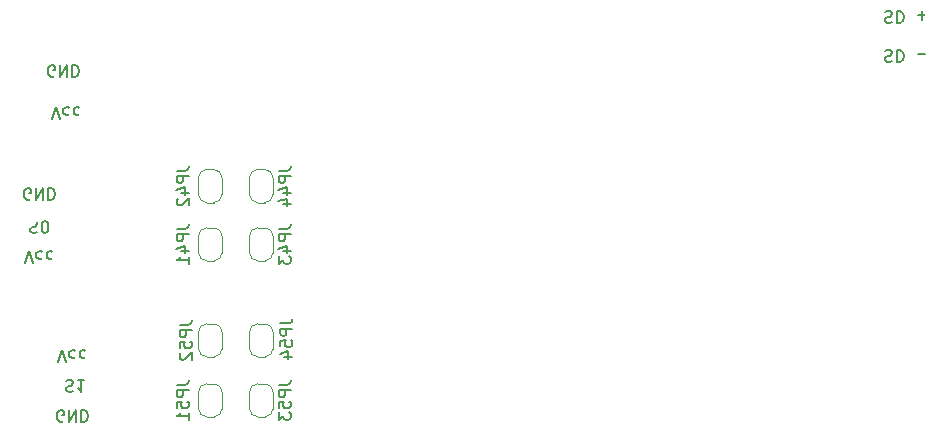
<source format=gbr>
%TF.GenerationSoftware,KiCad,Pcbnew,(5.1.10)-1*%
%TF.CreationDate,2022-02-21T21:57:19+01:00*%
%TF.ProjectId,BSPD-CV_3_0_00a,42535044-2d43-4565-9f33-5f305f303061,rev?*%
%TF.SameCoordinates,Original*%
%TF.FileFunction,Legend,Bot*%
%TF.FilePolarity,Positive*%
%FSLAX46Y46*%
G04 Gerber Fmt 4.6, Leading zero omitted, Abs format (unit mm)*
G04 Created by KiCad (PCBNEW (5.1.10)-1) date 2022-02-21 21:57:19*
%MOMM*%
%LPD*%
G01*
G04 APERTURE LIST*
%ADD10C,0.150000*%
%ADD11C,0.120000*%
%ADD12C,1.700000*%
%ADD13O,2.200000X1.700000*%
%ADD14C,4.700000*%
%ADD15C,2.000000*%
%ADD16C,0.100000*%
G04 APERTURE END LIST*
D10*
X224528285Y-107545238D02*
X224671142Y-107497619D01*
X224909238Y-107497619D01*
X225004476Y-107545238D01*
X225052095Y-107592857D01*
X225099714Y-107688095D01*
X225099714Y-107783333D01*
X225052095Y-107878571D01*
X225004476Y-107926190D01*
X224909238Y-107973809D01*
X224718761Y-108021428D01*
X224623523Y-108069047D01*
X224575904Y-108116666D01*
X224528285Y-108211904D01*
X224528285Y-108307142D01*
X224575904Y-108402380D01*
X224623523Y-108450000D01*
X224718761Y-108497619D01*
X224956857Y-108497619D01*
X225099714Y-108450000D01*
X225528285Y-107497619D02*
X225528285Y-108497619D01*
X225766380Y-108497619D01*
X225909238Y-108450000D01*
X226004476Y-108354761D01*
X226052095Y-108259523D01*
X226099714Y-108069047D01*
X226099714Y-107926190D01*
X226052095Y-107735714D01*
X226004476Y-107640476D01*
X225909238Y-107545238D01*
X225766380Y-107497619D01*
X225528285Y-107497619D01*
X227290190Y-107878571D02*
X228052095Y-107878571D01*
X224528285Y-104243238D02*
X224671142Y-104195619D01*
X224909238Y-104195619D01*
X225004476Y-104243238D01*
X225052095Y-104290857D01*
X225099714Y-104386095D01*
X225099714Y-104481333D01*
X225052095Y-104576571D01*
X225004476Y-104624190D01*
X224909238Y-104671809D01*
X224718761Y-104719428D01*
X224623523Y-104767047D01*
X224575904Y-104814666D01*
X224528285Y-104909904D01*
X224528285Y-105005142D01*
X224575904Y-105100380D01*
X224623523Y-105148000D01*
X224718761Y-105195619D01*
X224956857Y-105195619D01*
X225099714Y-105148000D01*
X225528285Y-104195619D02*
X225528285Y-105195619D01*
X225766380Y-105195619D01*
X225909238Y-105148000D01*
X226004476Y-105052761D01*
X226052095Y-104957523D01*
X226099714Y-104767047D01*
X226099714Y-104624190D01*
X226052095Y-104433714D01*
X226004476Y-104338476D01*
X225909238Y-104243238D01*
X225766380Y-104195619D01*
X225528285Y-104195619D01*
X227290190Y-104576571D02*
X228052095Y-104576571D01*
X227671142Y-104195619D02*
X227671142Y-104957523D01*
X154178095Y-109720000D02*
X154082857Y-109767619D01*
X153940000Y-109767619D01*
X153797142Y-109720000D01*
X153701904Y-109624761D01*
X153654285Y-109529523D01*
X153606666Y-109339047D01*
X153606666Y-109196190D01*
X153654285Y-109005714D01*
X153701904Y-108910476D01*
X153797142Y-108815238D01*
X153940000Y-108767619D01*
X154035238Y-108767619D01*
X154178095Y-108815238D01*
X154225714Y-108862857D01*
X154225714Y-109196190D01*
X154035238Y-109196190D01*
X154654285Y-108767619D02*
X154654285Y-109767619D01*
X155225714Y-108767619D01*
X155225714Y-109767619D01*
X155701904Y-108767619D02*
X155701904Y-109767619D01*
X155940000Y-109767619D01*
X156082857Y-109720000D01*
X156178095Y-109624761D01*
X156225714Y-109529523D01*
X156273333Y-109339047D01*
X156273333Y-109196190D01*
X156225714Y-109005714D01*
X156178095Y-108910476D01*
X156082857Y-108815238D01*
X155940000Y-108767619D01*
X155701904Y-108767619D01*
X154003523Y-113323619D02*
X154336857Y-112323619D01*
X154670190Y-113323619D01*
X155432095Y-112371238D02*
X155336857Y-112323619D01*
X155146380Y-112323619D01*
X155051142Y-112371238D01*
X155003523Y-112418857D01*
X154955904Y-112514095D01*
X154955904Y-112799809D01*
X155003523Y-112895047D01*
X155051142Y-112942666D01*
X155146380Y-112990285D01*
X155336857Y-112990285D01*
X155432095Y-112942666D01*
X156289238Y-112371238D02*
X156194000Y-112323619D01*
X156003523Y-112323619D01*
X155908285Y-112371238D01*
X155860666Y-112418857D01*
X155813047Y-112514095D01*
X155813047Y-112799809D01*
X155860666Y-112895047D01*
X155908285Y-112942666D01*
X156003523Y-112990285D01*
X156194000Y-112990285D01*
X156289238Y-112942666D01*
X155194095Y-135485238D02*
X155336952Y-135437619D01*
X155575047Y-135437619D01*
X155670285Y-135485238D01*
X155717904Y-135532857D01*
X155765523Y-135628095D01*
X155765523Y-135723333D01*
X155717904Y-135818571D01*
X155670285Y-135866190D01*
X155575047Y-135913809D01*
X155384571Y-135961428D01*
X155289333Y-136009047D01*
X155241714Y-136056666D01*
X155194095Y-136151904D01*
X155194095Y-136247142D01*
X155241714Y-136342380D01*
X155289333Y-136390000D01*
X155384571Y-136437619D01*
X155622666Y-136437619D01*
X155765523Y-136390000D01*
X156717904Y-135437619D02*
X156146476Y-135437619D01*
X156432190Y-135437619D02*
X156432190Y-136437619D01*
X156336952Y-136294761D01*
X156241714Y-136199523D01*
X156146476Y-136151904D01*
X154940095Y-138930000D02*
X154844857Y-138977619D01*
X154702000Y-138977619D01*
X154559142Y-138930000D01*
X154463904Y-138834761D01*
X154416285Y-138739523D01*
X154368666Y-138549047D01*
X154368666Y-138406190D01*
X154416285Y-138215714D01*
X154463904Y-138120476D01*
X154559142Y-138025238D01*
X154702000Y-137977619D01*
X154797238Y-137977619D01*
X154940095Y-138025238D01*
X154987714Y-138072857D01*
X154987714Y-138406190D01*
X154797238Y-138406190D01*
X155416285Y-137977619D02*
X155416285Y-138977619D01*
X155987714Y-137977619D01*
X155987714Y-138977619D01*
X156463904Y-137977619D02*
X156463904Y-138977619D01*
X156702000Y-138977619D01*
X156844857Y-138930000D01*
X156940095Y-138834761D01*
X156987714Y-138739523D01*
X157035333Y-138549047D01*
X157035333Y-138406190D01*
X156987714Y-138215714D01*
X156940095Y-138120476D01*
X156844857Y-138025238D01*
X156702000Y-137977619D01*
X156463904Y-137977619D01*
X154511523Y-133897619D02*
X154844857Y-132897619D01*
X155178190Y-133897619D01*
X155940095Y-132945238D02*
X155844857Y-132897619D01*
X155654380Y-132897619D01*
X155559142Y-132945238D01*
X155511523Y-132992857D01*
X155463904Y-133088095D01*
X155463904Y-133373809D01*
X155511523Y-133469047D01*
X155559142Y-133516666D01*
X155654380Y-133564285D01*
X155844857Y-133564285D01*
X155940095Y-133516666D01*
X156797238Y-132945238D02*
X156702000Y-132897619D01*
X156511523Y-132897619D01*
X156416285Y-132945238D01*
X156368666Y-132992857D01*
X156321047Y-133088095D01*
X156321047Y-133373809D01*
X156368666Y-133469047D01*
X156416285Y-133516666D01*
X156511523Y-133564285D01*
X156702000Y-133564285D01*
X156797238Y-133516666D01*
X151717523Y-125515619D02*
X152050857Y-124515619D01*
X152384190Y-125515619D01*
X153146095Y-124563238D02*
X153050857Y-124515619D01*
X152860380Y-124515619D01*
X152765142Y-124563238D01*
X152717523Y-124610857D01*
X152669904Y-124706095D01*
X152669904Y-124991809D01*
X152717523Y-125087047D01*
X152765142Y-125134666D01*
X152860380Y-125182285D01*
X153050857Y-125182285D01*
X153146095Y-125134666D01*
X154003238Y-124563238D02*
X153908000Y-124515619D01*
X153717523Y-124515619D01*
X153622285Y-124563238D01*
X153574666Y-124610857D01*
X153527047Y-124706095D01*
X153527047Y-124991809D01*
X153574666Y-125087047D01*
X153622285Y-125134666D01*
X153717523Y-125182285D01*
X153908000Y-125182285D01*
X154003238Y-125134666D01*
X152146095Y-122023238D02*
X152288952Y-121975619D01*
X152527047Y-121975619D01*
X152622285Y-122023238D01*
X152669904Y-122070857D01*
X152717523Y-122166095D01*
X152717523Y-122261333D01*
X152669904Y-122356571D01*
X152622285Y-122404190D01*
X152527047Y-122451809D01*
X152336571Y-122499428D01*
X152241333Y-122547047D01*
X152193714Y-122594666D01*
X152146095Y-122689904D01*
X152146095Y-122785142D01*
X152193714Y-122880380D01*
X152241333Y-122928000D01*
X152336571Y-122975619D01*
X152574666Y-122975619D01*
X152717523Y-122928000D01*
X153336571Y-122975619D02*
X153431809Y-122975619D01*
X153527047Y-122928000D01*
X153574666Y-122880380D01*
X153622285Y-122785142D01*
X153669904Y-122594666D01*
X153669904Y-122356571D01*
X153622285Y-122166095D01*
X153574666Y-122070857D01*
X153527047Y-122023238D01*
X153431809Y-121975619D01*
X153336571Y-121975619D01*
X153241333Y-122023238D01*
X153193714Y-122070857D01*
X153146095Y-122166095D01*
X153098476Y-122356571D01*
X153098476Y-122594666D01*
X153146095Y-122785142D01*
X153193714Y-122880380D01*
X153241333Y-122928000D01*
X153336571Y-122975619D01*
X152146095Y-120134000D02*
X152050857Y-120181619D01*
X151908000Y-120181619D01*
X151765142Y-120134000D01*
X151669904Y-120038761D01*
X151622285Y-119943523D01*
X151574666Y-119753047D01*
X151574666Y-119610190D01*
X151622285Y-119419714D01*
X151669904Y-119324476D01*
X151765142Y-119229238D01*
X151908000Y-119181619D01*
X152003238Y-119181619D01*
X152146095Y-119229238D01*
X152193714Y-119276857D01*
X152193714Y-119610190D01*
X152003238Y-119610190D01*
X152622285Y-119181619D02*
X152622285Y-120181619D01*
X153193714Y-119181619D01*
X153193714Y-120181619D01*
X153669904Y-119181619D02*
X153669904Y-120181619D01*
X153908000Y-120181619D01*
X154050857Y-120134000D01*
X154146095Y-120038761D01*
X154193714Y-119943523D01*
X154241333Y-119753047D01*
X154241333Y-119610190D01*
X154193714Y-119419714D01*
X154146095Y-119324476D01*
X154050857Y-119229238D01*
X153908000Y-119181619D01*
X153669904Y-119181619D01*
D11*
%TO.C,JP54*%
X170704000Y-131380000D02*
X170704000Y-132780000D01*
X171404000Y-133480000D02*
X172004000Y-133480000D01*
X172704000Y-132780000D02*
X172704000Y-131380000D01*
X172004000Y-130680000D02*
X171404000Y-130680000D01*
X171404000Y-130680000D02*
G75*
G03*
X170704000Y-131380000I0J-700000D01*
G01*
X172704000Y-131380000D02*
G75*
G03*
X172004000Y-130680000I-700000J0D01*
G01*
X172004000Y-133480000D02*
G75*
G03*
X172704000Y-132780000I0J700000D01*
G01*
X170704000Y-132780000D02*
G75*
G03*
X171404000Y-133480000I700000J0D01*
G01*
%TO.C,JP53*%
X172704000Y-137860000D02*
X172704000Y-136460000D01*
X172004000Y-135760000D02*
X171404000Y-135760000D01*
X170704000Y-136460000D02*
X170704000Y-137860000D01*
X171404000Y-138560000D02*
X172004000Y-138560000D01*
X172004000Y-138560000D02*
G75*
G03*
X172704000Y-137860000I0J700000D01*
G01*
X170704000Y-137860000D02*
G75*
G03*
X171404000Y-138560000I700000J0D01*
G01*
X171404000Y-135760000D02*
G75*
G03*
X170704000Y-136460000I0J-700000D01*
G01*
X172704000Y-136460000D02*
G75*
G03*
X172004000Y-135760000I-700000J0D01*
G01*
%TO.C,JP52*%
X166386000Y-131380000D02*
X166386000Y-132780000D01*
X167086000Y-133480000D02*
X167686000Y-133480000D01*
X168386000Y-132780000D02*
X168386000Y-131380000D01*
X167686000Y-130680000D02*
X167086000Y-130680000D01*
X167086000Y-130680000D02*
G75*
G03*
X166386000Y-131380000I0J-700000D01*
G01*
X168386000Y-131380000D02*
G75*
G03*
X167686000Y-130680000I-700000J0D01*
G01*
X167686000Y-133480000D02*
G75*
G03*
X168386000Y-132780000I0J700000D01*
G01*
X166386000Y-132780000D02*
G75*
G03*
X167086000Y-133480000I700000J0D01*
G01*
%TO.C,JP51*%
X168386000Y-137860000D02*
X168386000Y-136460000D01*
X167686000Y-135760000D02*
X167086000Y-135760000D01*
X166386000Y-136460000D02*
X166386000Y-137860000D01*
X167086000Y-138560000D02*
X167686000Y-138560000D01*
X167686000Y-138560000D02*
G75*
G03*
X168386000Y-137860000I0J700000D01*
G01*
X166386000Y-137860000D02*
G75*
G03*
X167086000Y-138560000I700000J0D01*
G01*
X167086000Y-135760000D02*
G75*
G03*
X166386000Y-136460000I0J-700000D01*
G01*
X168386000Y-136460000D02*
G75*
G03*
X167686000Y-135760000I-700000J0D01*
G01*
%TO.C,JP44*%
X170704000Y-118314000D02*
X170704000Y-119714000D01*
X171404000Y-120414000D02*
X172004000Y-120414000D01*
X172704000Y-119714000D02*
X172704000Y-118314000D01*
X172004000Y-117614000D02*
X171404000Y-117614000D01*
X171404000Y-117614000D02*
G75*
G03*
X170704000Y-118314000I0J-700000D01*
G01*
X172704000Y-118314000D02*
G75*
G03*
X172004000Y-117614000I-700000J0D01*
G01*
X172004000Y-120414000D02*
G75*
G03*
X172704000Y-119714000I0J700000D01*
G01*
X170704000Y-119714000D02*
G75*
G03*
X171404000Y-120414000I700000J0D01*
G01*
%TO.C,JP43*%
X172704000Y-124652000D02*
X172704000Y-123252000D01*
X172004000Y-122552000D02*
X171404000Y-122552000D01*
X170704000Y-123252000D02*
X170704000Y-124652000D01*
X171404000Y-125352000D02*
X172004000Y-125352000D01*
X172004000Y-125352000D02*
G75*
G03*
X172704000Y-124652000I0J700000D01*
G01*
X170704000Y-124652000D02*
G75*
G03*
X171404000Y-125352000I700000J0D01*
G01*
X171404000Y-122552000D02*
G75*
G03*
X170704000Y-123252000I0J-700000D01*
G01*
X172704000Y-123252000D02*
G75*
G03*
X172004000Y-122552000I-700000J0D01*
G01*
%TO.C,JP42*%
X166386000Y-118314000D02*
X166386000Y-119714000D01*
X167086000Y-120414000D02*
X167686000Y-120414000D01*
X168386000Y-119714000D02*
X168386000Y-118314000D01*
X167686000Y-117614000D02*
X167086000Y-117614000D01*
X167086000Y-117614000D02*
G75*
G03*
X166386000Y-118314000I0J-700000D01*
G01*
X168386000Y-118314000D02*
G75*
G03*
X167686000Y-117614000I-700000J0D01*
G01*
X167686000Y-120414000D02*
G75*
G03*
X168386000Y-119714000I0J700000D01*
G01*
X166386000Y-119714000D02*
G75*
G03*
X167086000Y-120414000I700000J0D01*
G01*
%TO.C,JP41*%
X168386000Y-124652000D02*
X168386000Y-123252000D01*
X167686000Y-122552000D02*
X167086000Y-122552000D01*
X166386000Y-123252000D02*
X166386000Y-124652000D01*
X167086000Y-125352000D02*
X167686000Y-125352000D01*
X167686000Y-125352000D02*
G75*
G03*
X168386000Y-124652000I0J700000D01*
G01*
X166386000Y-124652000D02*
G75*
G03*
X167086000Y-125352000I700000J0D01*
G01*
X167086000Y-122552000D02*
G75*
G03*
X166386000Y-123252000I0J-700000D01*
G01*
X168386000Y-123252000D02*
G75*
G03*
X167686000Y-122552000I-700000J0D01*
G01*
%TO.C,JP54*%
D10*
X173315380Y-130643476D02*
X174029666Y-130643476D01*
X174172523Y-130595857D01*
X174267761Y-130500619D01*
X174315380Y-130357761D01*
X174315380Y-130262523D01*
X174315380Y-131119666D02*
X173315380Y-131119666D01*
X173315380Y-131500619D01*
X173363000Y-131595857D01*
X173410619Y-131643476D01*
X173505857Y-131691095D01*
X173648714Y-131691095D01*
X173743952Y-131643476D01*
X173791571Y-131595857D01*
X173839190Y-131500619D01*
X173839190Y-131119666D01*
X173315380Y-132595857D02*
X173315380Y-132119666D01*
X173791571Y-132072047D01*
X173743952Y-132119666D01*
X173696333Y-132214904D01*
X173696333Y-132453000D01*
X173743952Y-132548238D01*
X173791571Y-132595857D01*
X173886809Y-132643476D01*
X174124904Y-132643476D01*
X174220142Y-132595857D01*
X174267761Y-132548238D01*
X174315380Y-132453000D01*
X174315380Y-132214904D01*
X174267761Y-132119666D01*
X174220142Y-132072047D01*
X173648714Y-133500619D02*
X174315380Y-133500619D01*
X173267761Y-133262523D02*
X173982047Y-133024428D01*
X173982047Y-133643476D01*
%TO.C,JP53*%
X173188380Y-135850476D02*
X173902666Y-135850476D01*
X174045523Y-135802857D01*
X174140761Y-135707619D01*
X174188380Y-135564761D01*
X174188380Y-135469523D01*
X174188380Y-136326666D02*
X173188380Y-136326666D01*
X173188380Y-136707619D01*
X173236000Y-136802857D01*
X173283619Y-136850476D01*
X173378857Y-136898095D01*
X173521714Y-136898095D01*
X173616952Y-136850476D01*
X173664571Y-136802857D01*
X173712190Y-136707619D01*
X173712190Y-136326666D01*
X173188380Y-137802857D02*
X173188380Y-137326666D01*
X173664571Y-137279047D01*
X173616952Y-137326666D01*
X173569333Y-137421904D01*
X173569333Y-137660000D01*
X173616952Y-137755238D01*
X173664571Y-137802857D01*
X173759809Y-137850476D01*
X173997904Y-137850476D01*
X174093142Y-137802857D01*
X174140761Y-137755238D01*
X174188380Y-137660000D01*
X174188380Y-137421904D01*
X174140761Y-137326666D01*
X174093142Y-137279047D01*
X173188380Y-138183809D02*
X173188380Y-138802857D01*
X173569333Y-138469523D01*
X173569333Y-138612380D01*
X173616952Y-138707619D01*
X173664571Y-138755238D01*
X173759809Y-138802857D01*
X173997904Y-138802857D01*
X174093142Y-138755238D01*
X174140761Y-138707619D01*
X174188380Y-138612380D01*
X174188380Y-138326666D01*
X174140761Y-138231428D01*
X174093142Y-138183809D01*
%TO.C,JP52*%
X164806380Y-130770476D02*
X165520666Y-130770476D01*
X165663523Y-130722857D01*
X165758761Y-130627619D01*
X165806380Y-130484761D01*
X165806380Y-130389523D01*
X165806380Y-131246666D02*
X164806380Y-131246666D01*
X164806380Y-131627619D01*
X164854000Y-131722857D01*
X164901619Y-131770476D01*
X164996857Y-131818095D01*
X165139714Y-131818095D01*
X165234952Y-131770476D01*
X165282571Y-131722857D01*
X165330190Y-131627619D01*
X165330190Y-131246666D01*
X164806380Y-132722857D02*
X164806380Y-132246666D01*
X165282571Y-132199047D01*
X165234952Y-132246666D01*
X165187333Y-132341904D01*
X165187333Y-132580000D01*
X165234952Y-132675238D01*
X165282571Y-132722857D01*
X165377809Y-132770476D01*
X165615904Y-132770476D01*
X165711142Y-132722857D01*
X165758761Y-132675238D01*
X165806380Y-132580000D01*
X165806380Y-132341904D01*
X165758761Y-132246666D01*
X165711142Y-132199047D01*
X164901619Y-133151428D02*
X164854000Y-133199047D01*
X164806380Y-133294285D01*
X164806380Y-133532380D01*
X164854000Y-133627619D01*
X164901619Y-133675238D01*
X164996857Y-133722857D01*
X165092095Y-133722857D01*
X165234952Y-133675238D01*
X165806380Y-133103809D01*
X165806380Y-133722857D01*
%TO.C,JP51*%
X164552380Y-135850476D02*
X165266666Y-135850476D01*
X165409523Y-135802857D01*
X165504761Y-135707619D01*
X165552380Y-135564761D01*
X165552380Y-135469523D01*
X165552380Y-136326666D02*
X164552380Y-136326666D01*
X164552380Y-136707619D01*
X164600000Y-136802857D01*
X164647619Y-136850476D01*
X164742857Y-136898095D01*
X164885714Y-136898095D01*
X164980952Y-136850476D01*
X165028571Y-136802857D01*
X165076190Y-136707619D01*
X165076190Y-136326666D01*
X164552380Y-137802857D02*
X164552380Y-137326666D01*
X165028571Y-137279047D01*
X164980952Y-137326666D01*
X164933333Y-137421904D01*
X164933333Y-137660000D01*
X164980952Y-137755238D01*
X165028571Y-137802857D01*
X165123809Y-137850476D01*
X165361904Y-137850476D01*
X165457142Y-137802857D01*
X165504761Y-137755238D01*
X165552380Y-137660000D01*
X165552380Y-137421904D01*
X165504761Y-137326666D01*
X165457142Y-137279047D01*
X165552380Y-138802857D02*
X165552380Y-138231428D01*
X165552380Y-138517142D02*
X164552380Y-138517142D01*
X164695238Y-138421904D01*
X164790476Y-138326666D01*
X164838095Y-138231428D01*
%TO.C,JP44*%
X173188380Y-117704476D02*
X173902666Y-117704476D01*
X174045523Y-117656857D01*
X174140761Y-117561619D01*
X174188380Y-117418761D01*
X174188380Y-117323523D01*
X174188380Y-118180666D02*
X173188380Y-118180666D01*
X173188380Y-118561619D01*
X173236000Y-118656857D01*
X173283619Y-118704476D01*
X173378857Y-118752095D01*
X173521714Y-118752095D01*
X173616952Y-118704476D01*
X173664571Y-118656857D01*
X173712190Y-118561619D01*
X173712190Y-118180666D01*
X173521714Y-119609238D02*
X174188380Y-119609238D01*
X173140761Y-119371142D02*
X173855047Y-119133047D01*
X173855047Y-119752095D01*
X173521714Y-120561619D02*
X174188380Y-120561619D01*
X173140761Y-120323523D02*
X173855047Y-120085428D01*
X173855047Y-120704476D01*
%TO.C,JP43*%
X173188380Y-122642476D02*
X173902666Y-122642476D01*
X174045523Y-122594857D01*
X174140761Y-122499619D01*
X174188380Y-122356761D01*
X174188380Y-122261523D01*
X174188380Y-123118666D02*
X173188380Y-123118666D01*
X173188380Y-123499619D01*
X173236000Y-123594857D01*
X173283619Y-123642476D01*
X173378857Y-123690095D01*
X173521714Y-123690095D01*
X173616952Y-123642476D01*
X173664571Y-123594857D01*
X173712190Y-123499619D01*
X173712190Y-123118666D01*
X173521714Y-124547238D02*
X174188380Y-124547238D01*
X173140761Y-124309142D02*
X173855047Y-124071047D01*
X173855047Y-124690095D01*
X173188380Y-124975809D02*
X173188380Y-125594857D01*
X173569333Y-125261523D01*
X173569333Y-125404380D01*
X173616952Y-125499619D01*
X173664571Y-125547238D01*
X173759809Y-125594857D01*
X173997904Y-125594857D01*
X174093142Y-125547238D01*
X174140761Y-125499619D01*
X174188380Y-125404380D01*
X174188380Y-125118666D01*
X174140761Y-125023428D01*
X174093142Y-124975809D01*
%TO.C,JP42*%
X164552380Y-117704476D02*
X165266666Y-117704476D01*
X165409523Y-117656857D01*
X165504761Y-117561619D01*
X165552380Y-117418761D01*
X165552380Y-117323523D01*
X165552380Y-118180666D02*
X164552380Y-118180666D01*
X164552380Y-118561619D01*
X164600000Y-118656857D01*
X164647619Y-118704476D01*
X164742857Y-118752095D01*
X164885714Y-118752095D01*
X164980952Y-118704476D01*
X165028571Y-118656857D01*
X165076190Y-118561619D01*
X165076190Y-118180666D01*
X164885714Y-119609238D02*
X165552380Y-119609238D01*
X164504761Y-119371142D02*
X165219047Y-119133047D01*
X165219047Y-119752095D01*
X164647619Y-120085428D02*
X164600000Y-120133047D01*
X164552380Y-120228285D01*
X164552380Y-120466380D01*
X164600000Y-120561619D01*
X164647619Y-120609238D01*
X164742857Y-120656857D01*
X164838095Y-120656857D01*
X164980952Y-120609238D01*
X165552380Y-120037809D01*
X165552380Y-120656857D01*
%TO.C,JP41*%
X164552380Y-122642476D02*
X165266666Y-122642476D01*
X165409523Y-122594857D01*
X165504761Y-122499619D01*
X165552380Y-122356761D01*
X165552380Y-122261523D01*
X165552380Y-123118666D02*
X164552380Y-123118666D01*
X164552380Y-123499619D01*
X164600000Y-123594857D01*
X164647619Y-123642476D01*
X164742857Y-123690095D01*
X164885714Y-123690095D01*
X164980952Y-123642476D01*
X165028571Y-123594857D01*
X165076190Y-123499619D01*
X165076190Y-123118666D01*
X164885714Y-124547238D02*
X165552380Y-124547238D01*
X164504761Y-124309142D02*
X165219047Y-124071047D01*
X165219047Y-124690095D01*
X165552380Y-125594857D02*
X165552380Y-125023428D01*
X165552380Y-125309142D02*
X164552380Y-125309142D01*
X164695238Y-125213904D01*
X164790476Y-125118666D01*
X164838095Y-125023428D01*
%TD*%
%LPC*%
D12*
%TO.C,J3*%
X152078000Y-133430000D03*
X152078000Y-138430000D03*
D13*
X159258000Y-133430000D03*
X159258000Y-135930000D03*
G36*
G01*
X160358000Y-137830000D02*
X160358000Y-139030000D01*
G75*
G02*
X160108000Y-139280000I-250000J0D01*
G01*
X158408000Y-139280000D01*
G75*
G02*
X158158000Y-139030000I0J250000D01*
G01*
X158158000Y-137830000D01*
G75*
G02*
X158408000Y-137580000I250000J0D01*
G01*
X160108000Y-137580000D01*
G75*
G02*
X160358000Y-137830000I0J-250000D01*
G01*
G37*
%TD*%
D12*
%TO.C,J2*%
X152078000Y-121492000D03*
X152078000Y-126492000D03*
D13*
X159258000Y-121492000D03*
X159258000Y-123992000D03*
G36*
G01*
X160358000Y-125892000D02*
X160358000Y-127092000D01*
G75*
G02*
X160108000Y-127342000I-250000J0D01*
G01*
X158408000Y-127342000D01*
G75*
G02*
X158158000Y-127092000I0J250000D01*
G01*
X158158000Y-125892000D01*
G75*
G02*
X158408000Y-125642000I250000J0D01*
G01*
X160108000Y-125642000D01*
G75*
G02*
X160358000Y-125892000I0J-250000D01*
G01*
G37*
%TD*%
D12*
%TO.C,J4*%
X228668000Y-107402000D03*
X228668000Y-104902000D03*
D13*
X221488000Y-107402000D03*
G36*
G01*
X220388000Y-105502000D02*
X220388000Y-104302000D01*
G75*
G02*
X220638000Y-104052000I250000J0D01*
G01*
X222338000Y-104052000D01*
G75*
G02*
X222588000Y-104302000I0J-250000D01*
G01*
X222588000Y-105502000D01*
G75*
G02*
X222338000Y-105752000I-250000J0D01*
G01*
X220638000Y-105752000D01*
G75*
G02*
X220388000Y-105502000I0J250000D01*
G01*
G37*
%TD*%
D12*
%TO.C,J1*%
X151570000Y-109768000D03*
X151570000Y-112268000D03*
D13*
X158750000Y-109768000D03*
G36*
G01*
X159850000Y-111668000D02*
X159850000Y-112868000D01*
G75*
G02*
X159600000Y-113118000I-250000J0D01*
G01*
X157900000Y-113118000D01*
G75*
G02*
X157650000Y-112868000I0J250000D01*
G01*
X157650000Y-111668000D01*
G75*
G02*
X157900000Y-111418000I250000J0D01*
G01*
X159600000Y-111418000D01*
G75*
G02*
X159850000Y-111668000I0J-250000D01*
G01*
G37*
%TD*%
D14*
%TO.C,H4*%
X227000000Y-148000000D03*
%TD*%
%TO.C,H3*%
X153000000Y-148000000D03*
%TD*%
%TO.C,H2*%
X227000000Y-98000000D03*
%TD*%
%TO.C,H1*%
X153000000Y-98000000D03*
%TD*%
D15*
%TO.C,K101*%
X206878000Y-107432000D03*
X203378000Y-99832000D03*
X210378000Y-99832000D03*
X186878000Y-99832000D03*
X186878000Y-107432000D03*
%TD*%
D16*
%TO.C,JP54*%
G36*
X170954000Y-131930000D02*
G01*
X170954000Y-131430000D01*
X170954602Y-131430000D01*
X170954602Y-131405466D01*
X170959412Y-131356635D01*
X170968984Y-131308510D01*
X170983228Y-131261555D01*
X171002005Y-131216222D01*
X171025136Y-131172949D01*
X171052396Y-131132150D01*
X171083524Y-131094221D01*
X171118221Y-131059524D01*
X171156150Y-131028396D01*
X171196949Y-131001136D01*
X171240222Y-130978005D01*
X171285555Y-130959228D01*
X171332510Y-130944984D01*
X171380635Y-130935412D01*
X171429466Y-130930602D01*
X171454000Y-130930602D01*
X171454000Y-130930000D01*
X171954000Y-130930000D01*
X171954000Y-130930602D01*
X171978534Y-130930602D01*
X172027365Y-130935412D01*
X172075490Y-130944984D01*
X172122445Y-130959228D01*
X172167778Y-130978005D01*
X172211051Y-131001136D01*
X172251850Y-131028396D01*
X172289779Y-131059524D01*
X172324476Y-131094221D01*
X172355604Y-131132150D01*
X172382864Y-131172949D01*
X172405995Y-131216222D01*
X172424772Y-131261555D01*
X172439016Y-131308510D01*
X172448588Y-131356635D01*
X172453398Y-131405466D01*
X172453398Y-131430000D01*
X172454000Y-131430000D01*
X172454000Y-131930000D01*
X170954000Y-131930000D01*
G37*
G36*
X172453398Y-132730000D02*
G01*
X172453398Y-132754534D01*
X172448588Y-132803365D01*
X172439016Y-132851490D01*
X172424772Y-132898445D01*
X172405995Y-132943778D01*
X172382864Y-132987051D01*
X172355604Y-133027850D01*
X172324476Y-133065779D01*
X172289779Y-133100476D01*
X172251850Y-133131604D01*
X172211051Y-133158864D01*
X172167778Y-133181995D01*
X172122445Y-133200772D01*
X172075490Y-133215016D01*
X172027365Y-133224588D01*
X171978534Y-133229398D01*
X171954000Y-133229398D01*
X171954000Y-133230000D01*
X171454000Y-133230000D01*
X171454000Y-133229398D01*
X171429466Y-133229398D01*
X171380635Y-133224588D01*
X171332510Y-133215016D01*
X171285555Y-133200772D01*
X171240222Y-133181995D01*
X171196949Y-133158864D01*
X171156150Y-133131604D01*
X171118221Y-133100476D01*
X171083524Y-133065779D01*
X171052396Y-133027850D01*
X171025136Y-132987051D01*
X171002005Y-132943778D01*
X170983228Y-132898445D01*
X170968984Y-132851490D01*
X170959412Y-132803365D01*
X170954602Y-132754534D01*
X170954602Y-132730000D01*
X170954000Y-132730000D01*
X170954000Y-132230000D01*
X172454000Y-132230000D01*
X172454000Y-132730000D01*
X172453398Y-132730000D01*
G37*
%TD*%
%TO.C,JP53*%
G36*
X170954602Y-136510000D02*
G01*
X170954602Y-136485466D01*
X170959412Y-136436635D01*
X170968984Y-136388510D01*
X170983228Y-136341555D01*
X171002005Y-136296222D01*
X171025136Y-136252949D01*
X171052396Y-136212150D01*
X171083524Y-136174221D01*
X171118221Y-136139524D01*
X171156150Y-136108396D01*
X171196949Y-136081136D01*
X171240222Y-136058005D01*
X171285555Y-136039228D01*
X171332510Y-136024984D01*
X171380635Y-136015412D01*
X171429466Y-136010602D01*
X171454000Y-136010602D01*
X171454000Y-136010000D01*
X171954000Y-136010000D01*
X171954000Y-136010602D01*
X171978534Y-136010602D01*
X172027365Y-136015412D01*
X172075490Y-136024984D01*
X172122445Y-136039228D01*
X172167778Y-136058005D01*
X172211051Y-136081136D01*
X172251850Y-136108396D01*
X172289779Y-136139524D01*
X172324476Y-136174221D01*
X172355604Y-136212150D01*
X172382864Y-136252949D01*
X172405995Y-136296222D01*
X172424772Y-136341555D01*
X172439016Y-136388510D01*
X172448588Y-136436635D01*
X172453398Y-136485466D01*
X172453398Y-136510000D01*
X172454000Y-136510000D01*
X172454000Y-137010000D01*
X170954000Y-137010000D01*
X170954000Y-136510000D01*
X170954602Y-136510000D01*
G37*
G36*
X172454000Y-137310000D02*
G01*
X172454000Y-137810000D01*
X172453398Y-137810000D01*
X172453398Y-137834534D01*
X172448588Y-137883365D01*
X172439016Y-137931490D01*
X172424772Y-137978445D01*
X172405995Y-138023778D01*
X172382864Y-138067051D01*
X172355604Y-138107850D01*
X172324476Y-138145779D01*
X172289779Y-138180476D01*
X172251850Y-138211604D01*
X172211051Y-138238864D01*
X172167778Y-138261995D01*
X172122445Y-138280772D01*
X172075490Y-138295016D01*
X172027365Y-138304588D01*
X171978534Y-138309398D01*
X171954000Y-138309398D01*
X171954000Y-138310000D01*
X171454000Y-138310000D01*
X171454000Y-138309398D01*
X171429466Y-138309398D01*
X171380635Y-138304588D01*
X171332510Y-138295016D01*
X171285555Y-138280772D01*
X171240222Y-138261995D01*
X171196949Y-138238864D01*
X171156150Y-138211604D01*
X171118221Y-138180476D01*
X171083524Y-138145779D01*
X171052396Y-138107850D01*
X171025136Y-138067051D01*
X171002005Y-138023778D01*
X170983228Y-137978445D01*
X170968984Y-137931490D01*
X170959412Y-137883365D01*
X170954602Y-137834534D01*
X170954602Y-137810000D01*
X170954000Y-137810000D01*
X170954000Y-137310000D01*
X172454000Y-137310000D01*
G37*
%TD*%
%TO.C,JP52*%
G36*
X168135398Y-132730000D02*
G01*
X168135398Y-132754534D01*
X168130588Y-132803365D01*
X168121016Y-132851490D01*
X168106772Y-132898445D01*
X168087995Y-132943778D01*
X168064864Y-132987051D01*
X168037604Y-133027850D01*
X168006476Y-133065779D01*
X167971779Y-133100476D01*
X167933850Y-133131604D01*
X167893051Y-133158864D01*
X167849778Y-133181995D01*
X167804445Y-133200772D01*
X167757490Y-133215016D01*
X167709365Y-133224588D01*
X167660534Y-133229398D01*
X167636000Y-133229398D01*
X167636000Y-133230000D01*
X167136000Y-133230000D01*
X167136000Y-133229398D01*
X167111466Y-133229398D01*
X167062635Y-133224588D01*
X167014510Y-133215016D01*
X166967555Y-133200772D01*
X166922222Y-133181995D01*
X166878949Y-133158864D01*
X166838150Y-133131604D01*
X166800221Y-133100476D01*
X166765524Y-133065779D01*
X166734396Y-133027850D01*
X166707136Y-132987051D01*
X166684005Y-132943778D01*
X166665228Y-132898445D01*
X166650984Y-132851490D01*
X166641412Y-132803365D01*
X166636602Y-132754534D01*
X166636602Y-132730000D01*
X166636000Y-132730000D01*
X166636000Y-132230000D01*
X168136000Y-132230000D01*
X168136000Y-132730000D01*
X168135398Y-132730000D01*
G37*
G36*
X166636000Y-131930000D02*
G01*
X166636000Y-131430000D01*
X166636602Y-131430000D01*
X166636602Y-131405466D01*
X166641412Y-131356635D01*
X166650984Y-131308510D01*
X166665228Y-131261555D01*
X166684005Y-131216222D01*
X166707136Y-131172949D01*
X166734396Y-131132150D01*
X166765524Y-131094221D01*
X166800221Y-131059524D01*
X166838150Y-131028396D01*
X166878949Y-131001136D01*
X166922222Y-130978005D01*
X166967555Y-130959228D01*
X167014510Y-130944984D01*
X167062635Y-130935412D01*
X167111466Y-130930602D01*
X167136000Y-130930602D01*
X167136000Y-130930000D01*
X167636000Y-130930000D01*
X167636000Y-130930602D01*
X167660534Y-130930602D01*
X167709365Y-130935412D01*
X167757490Y-130944984D01*
X167804445Y-130959228D01*
X167849778Y-130978005D01*
X167893051Y-131001136D01*
X167933850Y-131028396D01*
X167971779Y-131059524D01*
X168006476Y-131094221D01*
X168037604Y-131132150D01*
X168064864Y-131172949D01*
X168087995Y-131216222D01*
X168106772Y-131261555D01*
X168121016Y-131308510D01*
X168130588Y-131356635D01*
X168135398Y-131405466D01*
X168135398Y-131430000D01*
X168136000Y-131430000D01*
X168136000Y-131930000D01*
X166636000Y-131930000D01*
G37*
%TD*%
%TO.C,JP51*%
G36*
X168136000Y-137310000D02*
G01*
X168136000Y-137810000D01*
X168135398Y-137810000D01*
X168135398Y-137834534D01*
X168130588Y-137883365D01*
X168121016Y-137931490D01*
X168106772Y-137978445D01*
X168087995Y-138023778D01*
X168064864Y-138067051D01*
X168037604Y-138107850D01*
X168006476Y-138145779D01*
X167971779Y-138180476D01*
X167933850Y-138211604D01*
X167893051Y-138238864D01*
X167849778Y-138261995D01*
X167804445Y-138280772D01*
X167757490Y-138295016D01*
X167709365Y-138304588D01*
X167660534Y-138309398D01*
X167636000Y-138309398D01*
X167636000Y-138310000D01*
X167136000Y-138310000D01*
X167136000Y-138309398D01*
X167111466Y-138309398D01*
X167062635Y-138304588D01*
X167014510Y-138295016D01*
X166967555Y-138280772D01*
X166922222Y-138261995D01*
X166878949Y-138238864D01*
X166838150Y-138211604D01*
X166800221Y-138180476D01*
X166765524Y-138145779D01*
X166734396Y-138107850D01*
X166707136Y-138067051D01*
X166684005Y-138023778D01*
X166665228Y-137978445D01*
X166650984Y-137931490D01*
X166641412Y-137883365D01*
X166636602Y-137834534D01*
X166636602Y-137810000D01*
X166636000Y-137810000D01*
X166636000Y-137310000D01*
X168136000Y-137310000D01*
G37*
G36*
X166636602Y-136510000D02*
G01*
X166636602Y-136485466D01*
X166641412Y-136436635D01*
X166650984Y-136388510D01*
X166665228Y-136341555D01*
X166684005Y-136296222D01*
X166707136Y-136252949D01*
X166734396Y-136212150D01*
X166765524Y-136174221D01*
X166800221Y-136139524D01*
X166838150Y-136108396D01*
X166878949Y-136081136D01*
X166922222Y-136058005D01*
X166967555Y-136039228D01*
X167014510Y-136024984D01*
X167062635Y-136015412D01*
X167111466Y-136010602D01*
X167136000Y-136010602D01*
X167136000Y-136010000D01*
X167636000Y-136010000D01*
X167636000Y-136010602D01*
X167660534Y-136010602D01*
X167709365Y-136015412D01*
X167757490Y-136024984D01*
X167804445Y-136039228D01*
X167849778Y-136058005D01*
X167893051Y-136081136D01*
X167933850Y-136108396D01*
X167971779Y-136139524D01*
X168006476Y-136174221D01*
X168037604Y-136212150D01*
X168064864Y-136252949D01*
X168087995Y-136296222D01*
X168106772Y-136341555D01*
X168121016Y-136388510D01*
X168130588Y-136436635D01*
X168135398Y-136485466D01*
X168135398Y-136510000D01*
X168136000Y-136510000D01*
X168136000Y-137010000D01*
X166636000Y-137010000D01*
X166636000Y-136510000D01*
X166636602Y-136510000D01*
G37*
%TD*%
%TO.C,JP44*%
G36*
X170954000Y-118864000D02*
G01*
X170954000Y-118364000D01*
X170954602Y-118364000D01*
X170954602Y-118339466D01*
X170959412Y-118290635D01*
X170968984Y-118242510D01*
X170983228Y-118195555D01*
X171002005Y-118150222D01*
X171025136Y-118106949D01*
X171052396Y-118066150D01*
X171083524Y-118028221D01*
X171118221Y-117993524D01*
X171156150Y-117962396D01*
X171196949Y-117935136D01*
X171240222Y-117912005D01*
X171285555Y-117893228D01*
X171332510Y-117878984D01*
X171380635Y-117869412D01*
X171429466Y-117864602D01*
X171454000Y-117864602D01*
X171454000Y-117864000D01*
X171954000Y-117864000D01*
X171954000Y-117864602D01*
X171978534Y-117864602D01*
X172027365Y-117869412D01*
X172075490Y-117878984D01*
X172122445Y-117893228D01*
X172167778Y-117912005D01*
X172211051Y-117935136D01*
X172251850Y-117962396D01*
X172289779Y-117993524D01*
X172324476Y-118028221D01*
X172355604Y-118066150D01*
X172382864Y-118106949D01*
X172405995Y-118150222D01*
X172424772Y-118195555D01*
X172439016Y-118242510D01*
X172448588Y-118290635D01*
X172453398Y-118339466D01*
X172453398Y-118364000D01*
X172454000Y-118364000D01*
X172454000Y-118864000D01*
X170954000Y-118864000D01*
G37*
G36*
X172453398Y-119664000D02*
G01*
X172453398Y-119688534D01*
X172448588Y-119737365D01*
X172439016Y-119785490D01*
X172424772Y-119832445D01*
X172405995Y-119877778D01*
X172382864Y-119921051D01*
X172355604Y-119961850D01*
X172324476Y-119999779D01*
X172289779Y-120034476D01*
X172251850Y-120065604D01*
X172211051Y-120092864D01*
X172167778Y-120115995D01*
X172122445Y-120134772D01*
X172075490Y-120149016D01*
X172027365Y-120158588D01*
X171978534Y-120163398D01*
X171954000Y-120163398D01*
X171954000Y-120164000D01*
X171454000Y-120164000D01*
X171454000Y-120163398D01*
X171429466Y-120163398D01*
X171380635Y-120158588D01*
X171332510Y-120149016D01*
X171285555Y-120134772D01*
X171240222Y-120115995D01*
X171196949Y-120092864D01*
X171156150Y-120065604D01*
X171118221Y-120034476D01*
X171083524Y-119999779D01*
X171052396Y-119961850D01*
X171025136Y-119921051D01*
X171002005Y-119877778D01*
X170983228Y-119832445D01*
X170968984Y-119785490D01*
X170959412Y-119737365D01*
X170954602Y-119688534D01*
X170954602Y-119664000D01*
X170954000Y-119664000D01*
X170954000Y-119164000D01*
X172454000Y-119164000D01*
X172454000Y-119664000D01*
X172453398Y-119664000D01*
G37*
%TD*%
%TO.C,JP43*%
G36*
X170954602Y-123302000D02*
G01*
X170954602Y-123277466D01*
X170959412Y-123228635D01*
X170968984Y-123180510D01*
X170983228Y-123133555D01*
X171002005Y-123088222D01*
X171025136Y-123044949D01*
X171052396Y-123004150D01*
X171083524Y-122966221D01*
X171118221Y-122931524D01*
X171156150Y-122900396D01*
X171196949Y-122873136D01*
X171240222Y-122850005D01*
X171285555Y-122831228D01*
X171332510Y-122816984D01*
X171380635Y-122807412D01*
X171429466Y-122802602D01*
X171454000Y-122802602D01*
X171454000Y-122802000D01*
X171954000Y-122802000D01*
X171954000Y-122802602D01*
X171978534Y-122802602D01*
X172027365Y-122807412D01*
X172075490Y-122816984D01*
X172122445Y-122831228D01*
X172167778Y-122850005D01*
X172211051Y-122873136D01*
X172251850Y-122900396D01*
X172289779Y-122931524D01*
X172324476Y-122966221D01*
X172355604Y-123004150D01*
X172382864Y-123044949D01*
X172405995Y-123088222D01*
X172424772Y-123133555D01*
X172439016Y-123180510D01*
X172448588Y-123228635D01*
X172453398Y-123277466D01*
X172453398Y-123302000D01*
X172454000Y-123302000D01*
X172454000Y-123802000D01*
X170954000Y-123802000D01*
X170954000Y-123302000D01*
X170954602Y-123302000D01*
G37*
G36*
X172454000Y-124102000D02*
G01*
X172454000Y-124602000D01*
X172453398Y-124602000D01*
X172453398Y-124626534D01*
X172448588Y-124675365D01*
X172439016Y-124723490D01*
X172424772Y-124770445D01*
X172405995Y-124815778D01*
X172382864Y-124859051D01*
X172355604Y-124899850D01*
X172324476Y-124937779D01*
X172289779Y-124972476D01*
X172251850Y-125003604D01*
X172211051Y-125030864D01*
X172167778Y-125053995D01*
X172122445Y-125072772D01*
X172075490Y-125087016D01*
X172027365Y-125096588D01*
X171978534Y-125101398D01*
X171954000Y-125101398D01*
X171954000Y-125102000D01*
X171454000Y-125102000D01*
X171454000Y-125101398D01*
X171429466Y-125101398D01*
X171380635Y-125096588D01*
X171332510Y-125087016D01*
X171285555Y-125072772D01*
X171240222Y-125053995D01*
X171196949Y-125030864D01*
X171156150Y-125003604D01*
X171118221Y-124972476D01*
X171083524Y-124937779D01*
X171052396Y-124899850D01*
X171025136Y-124859051D01*
X171002005Y-124815778D01*
X170983228Y-124770445D01*
X170968984Y-124723490D01*
X170959412Y-124675365D01*
X170954602Y-124626534D01*
X170954602Y-124602000D01*
X170954000Y-124602000D01*
X170954000Y-124102000D01*
X172454000Y-124102000D01*
G37*
%TD*%
%TO.C,JP42*%
G36*
X168135398Y-119664000D02*
G01*
X168135398Y-119688534D01*
X168130588Y-119737365D01*
X168121016Y-119785490D01*
X168106772Y-119832445D01*
X168087995Y-119877778D01*
X168064864Y-119921051D01*
X168037604Y-119961850D01*
X168006476Y-119999779D01*
X167971779Y-120034476D01*
X167933850Y-120065604D01*
X167893051Y-120092864D01*
X167849778Y-120115995D01*
X167804445Y-120134772D01*
X167757490Y-120149016D01*
X167709365Y-120158588D01*
X167660534Y-120163398D01*
X167636000Y-120163398D01*
X167636000Y-120164000D01*
X167136000Y-120164000D01*
X167136000Y-120163398D01*
X167111466Y-120163398D01*
X167062635Y-120158588D01*
X167014510Y-120149016D01*
X166967555Y-120134772D01*
X166922222Y-120115995D01*
X166878949Y-120092864D01*
X166838150Y-120065604D01*
X166800221Y-120034476D01*
X166765524Y-119999779D01*
X166734396Y-119961850D01*
X166707136Y-119921051D01*
X166684005Y-119877778D01*
X166665228Y-119832445D01*
X166650984Y-119785490D01*
X166641412Y-119737365D01*
X166636602Y-119688534D01*
X166636602Y-119664000D01*
X166636000Y-119664000D01*
X166636000Y-119164000D01*
X168136000Y-119164000D01*
X168136000Y-119664000D01*
X168135398Y-119664000D01*
G37*
G36*
X166636000Y-118864000D02*
G01*
X166636000Y-118364000D01*
X166636602Y-118364000D01*
X166636602Y-118339466D01*
X166641412Y-118290635D01*
X166650984Y-118242510D01*
X166665228Y-118195555D01*
X166684005Y-118150222D01*
X166707136Y-118106949D01*
X166734396Y-118066150D01*
X166765524Y-118028221D01*
X166800221Y-117993524D01*
X166838150Y-117962396D01*
X166878949Y-117935136D01*
X166922222Y-117912005D01*
X166967555Y-117893228D01*
X167014510Y-117878984D01*
X167062635Y-117869412D01*
X167111466Y-117864602D01*
X167136000Y-117864602D01*
X167136000Y-117864000D01*
X167636000Y-117864000D01*
X167636000Y-117864602D01*
X167660534Y-117864602D01*
X167709365Y-117869412D01*
X167757490Y-117878984D01*
X167804445Y-117893228D01*
X167849778Y-117912005D01*
X167893051Y-117935136D01*
X167933850Y-117962396D01*
X167971779Y-117993524D01*
X168006476Y-118028221D01*
X168037604Y-118066150D01*
X168064864Y-118106949D01*
X168087995Y-118150222D01*
X168106772Y-118195555D01*
X168121016Y-118242510D01*
X168130588Y-118290635D01*
X168135398Y-118339466D01*
X168135398Y-118364000D01*
X168136000Y-118364000D01*
X168136000Y-118864000D01*
X166636000Y-118864000D01*
G37*
%TD*%
%TO.C,JP41*%
G36*
X168136000Y-124102000D02*
G01*
X168136000Y-124602000D01*
X168135398Y-124602000D01*
X168135398Y-124626534D01*
X168130588Y-124675365D01*
X168121016Y-124723490D01*
X168106772Y-124770445D01*
X168087995Y-124815778D01*
X168064864Y-124859051D01*
X168037604Y-124899850D01*
X168006476Y-124937779D01*
X167971779Y-124972476D01*
X167933850Y-125003604D01*
X167893051Y-125030864D01*
X167849778Y-125053995D01*
X167804445Y-125072772D01*
X167757490Y-125087016D01*
X167709365Y-125096588D01*
X167660534Y-125101398D01*
X167636000Y-125101398D01*
X167636000Y-125102000D01*
X167136000Y-125102000D01*
X167136000Y-125101398D01*
X167111466Y-125101398D01*
X167062635Y-125096588D01*
X167014510Y-125087016D01*
X166967555Y-125072772D01*
X166922222Y-125053995D01*
X166878949Y-125030864D01*
X166838150Y-125003604D01*
X166800221Y-124972476D01*
X166765524Y-124937779D01*
X166734396Y-124899850D01*
X166707136Y-124859051D01*
X166684005Y-124815778D01*
X166665228Y-124770445D01*
X166650984Y-124723490D01*
X166641412Y-124675365D01*
X166636602Y-124626534D01*
X166636602Y-124602000D01*
X166636000Y-124602000D01*
X166636000Y-124102000D01*
X168136000Y-124102000D01*
G37*
G36*
X166636602Y-123302000D02*
G01*
X166636602Y-123277466D01*
X166641412Y-123228635D01*
X166650984Y-123180510D01*
X166665228Y-123133555D01*
X166684005Y-123088222D01*
X166707136Y-123044949D01*
X166734396Y-123004150D01*
X166765524Y-122966221D01*
X166800221Y-122931524D01*
X166838150Y-122900396D01*
X166878949Y-122873136D01*
X166922222Y-122850005D01*
X166967555Y-122831228D01*
X167014510Y-122816984D01*
X167062635Y-122807412D01*
X167111466Y-122802602D01*
X167136000Y-122802602D01*
X167136000Y-122802000D01*
X167636000Y-122802000D01*
X167636000Y-122802602D01*
X167660534Y-122802602D01*
X167709365Y-122807412D01*
X167757490Y-122816984D01*
X167804445Y-122831228D01*
X167849778Y-122850005D01*
X167893051Y-122873136D01*
X167933850Y-122900396D01*
X167971779Y-122931524D01*
X168006476Y-122966221D01*
X168037604Y-123004150D01*
X168064864Y-123044949D01*
X168087995Y-123088222D01*
X168106772Y-123133555D01*
X168121016Y-123180510D01*
X168130588Y-123228635D01*
X168135398Y-123277466D01*
X168135398Y-123302000D01*
X168136000Y-123302000D01*
X168136000Y-123802000D01*
X166636000Y-123802000D01*
X166636000Y-123302000D01*
X166636602Y-123302000D01*
G37*
%TD*%
M02*

</source>
